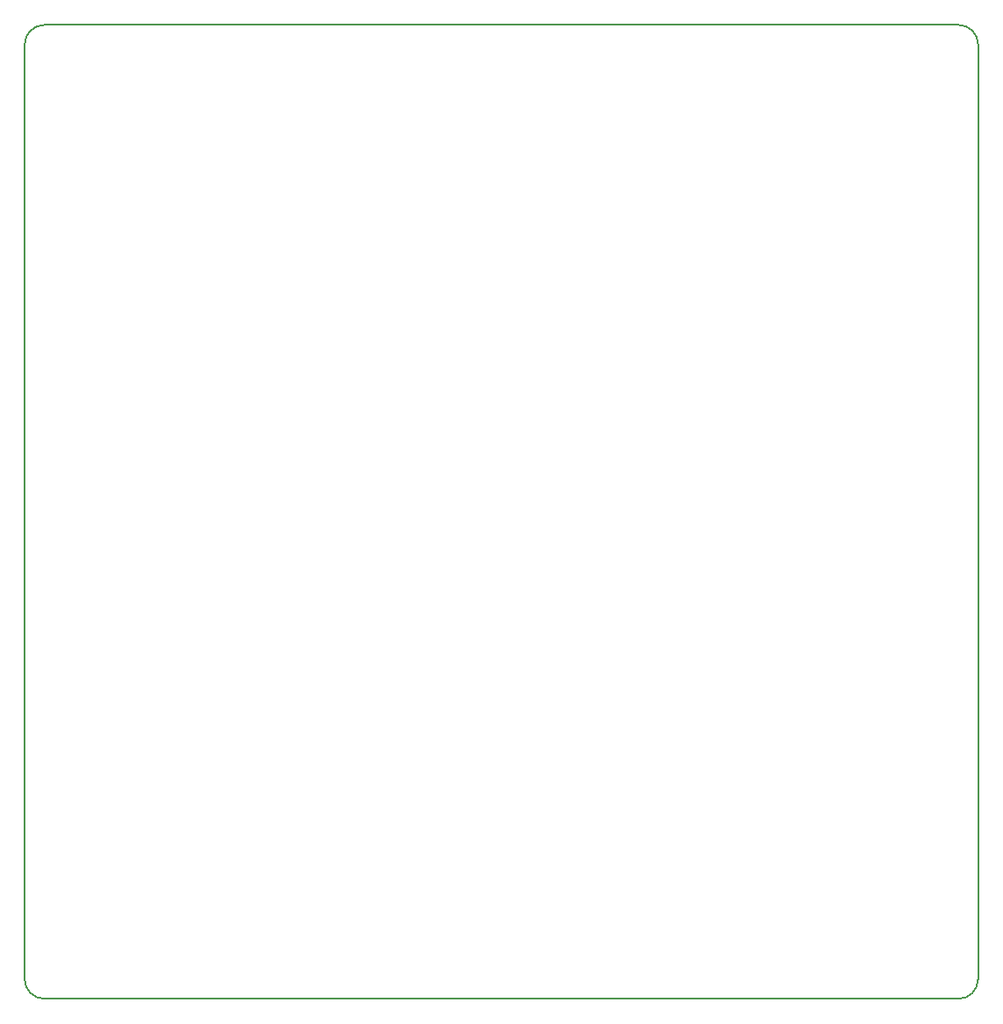
<source format=gbr>
G04 #@! TF.FileFunction,Profile,NP*
%FSLAX46Y46*%
G04 Gerber Fmt 4.6, Leading zero omitted, Abs format (unit mm)*
G04 Created by KiCad (PCBNEW 4.0.7) date 04/16/19 18:39:24*
%MOMM*%
%LPD*%
G01*
G04 APERTURE LIST*
%ADD10C,0.100000*%
%ADD11C,0.150000*%
G04 APERTURE END LIST*
D10*
D11*
X80645000Y-159385000D02*
G75*
G03X82550000Y-161290000I1905000J0D01*
G01*
X170815000Y-161290000D02*
G75*
G03X172720000Y-159385000I0J1905000D01*
G01*
X172720000Y-69215000D02*
G75*
G03X170815000Y-67310000I-1905000J0D01*
G01*
X82550000Y-67310000D02*
G75*
G03X80645000Y-69215000I0J-1905000D01*
G01*
X85090000Y-67310000D02*
X82550000Y-67310000D01*
X80645000Y-70485000D02*
X80645000Y-69215000D01*
X83820000Y-161290000D02*
X82550000Y-161290000D01*
X80645000Y-158115000D02*
X80645000Y-159385000D01*
X170815000Y-161290000D02*
X169545000Y-161290000D01*
X172720000Y-159385000D02*
X172720000Y-158115000D01*
X172720000Y-70485000D02*
X172720000Y-69215000D01*
X80645000Y-158115000D02*
X80645000Y-70485000D01*
X169545000Y-161290000D02*
X83820000Y-161290000D01*
X172720000Y-70485000D02*
X172720000Y-158115000D01*
X85090000Y-67310000D02*
X170815000Y-67310000D01*
M02*

</source>
